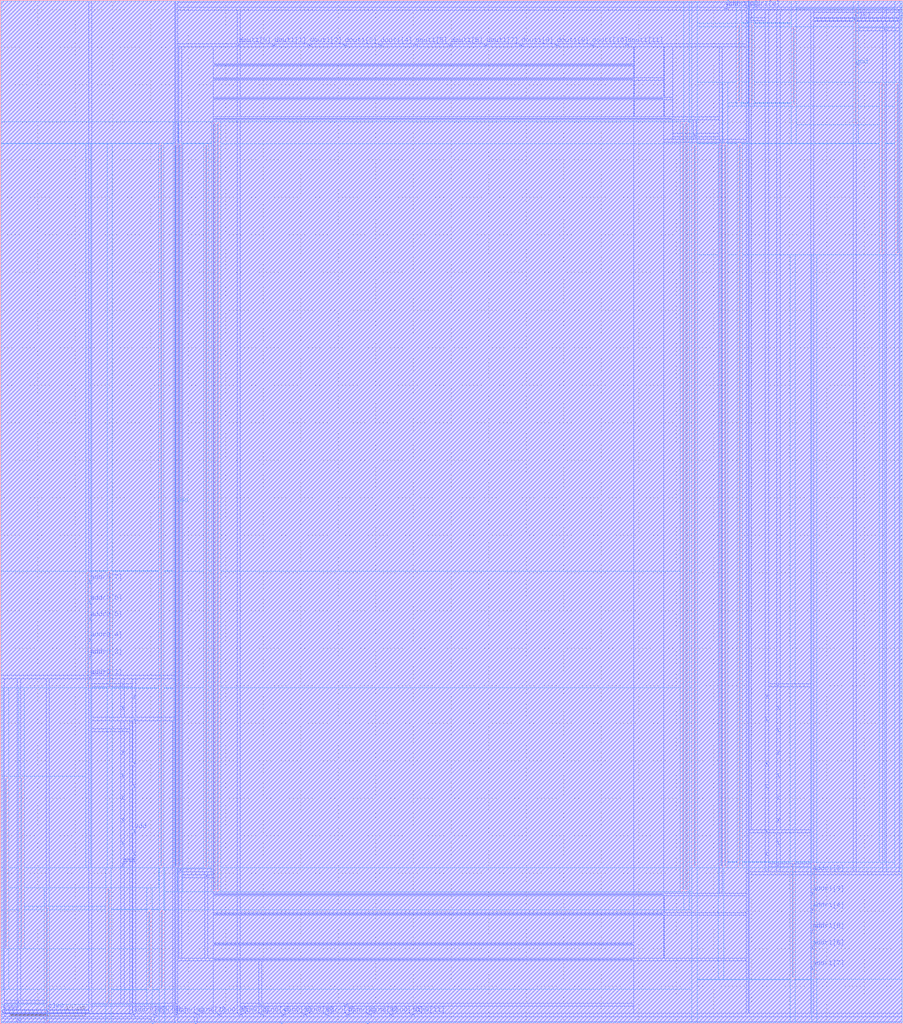
<source format=lef>
VERSION 5.4 ;
NAMESCASESENSITIVE ON ;
BUSBITCHARS "[]" ;
DIVIDERCHAR "/" ;
UNITS
  DATABASE MICRONS 2000 ;
END UNITS
MACRO freepdk45_sram_1w1r_12x256
   CLASS BLOCK ;
   SIZE 120.195 BY 136.265 ;
   SYMMETRY X Y R90 ;
   PIN din0[0]
      DIRECTION INPUT ;
      PORT
         LAYER metal3 ;
         RECT  23.36 1.105 23.495 1.24 ;
      END
   END din0[0]
   PIN din0[1]
      DIRECTION INPUT ;
      PORT
         LAYER metal3 ;
         RECT  26.22 1.105 26.355 1.24 ;
      END
   END din0[1]
   PIN din0[2]
      DIRECTION INPUT ;
      PORT
         LAYER metal3 ;
         RECT  29.08 1.105 29.215 1.24 ;
      END
   END din0[2]
   PIN din0[3]
      DIRECTION INPUT ;
      PORT
         LAYER metal3 ;
         RECT  31.94 1.105 32.075 1.24 ;
      END
   END din0[3]
   PIN din0[4]
      DIRECTION INPUT ;
      PORT
         LAYER metal3 ;
         RECT  34.8 1.105 34.935 1.24 ;
      END
   END din0[4]
   PIN din0[5]
      DIRECTION INPUT ;
      PORT
         LAYER metal3 ;
         RECT  37.66 1.105 37.795 1.24 ;
      END
   END din0[5]
   PIN din0[6]
      DIRECTION INPUT ;
      PORT
         LAYER metal3 ;
         RECT  40.52 1.105 40.655 1.24 ;
      END
   END din0[6]
   PIN din0[7]
      DIRECTION INPUT ;
      PORT
         LAYER metal3 ;
         RECT  43.38 1.105 43.515 1.24 ;
      END
   END din0[7]
   PIN din0[8]
      DIRECTION INPUT ;
      PORT
         LAYER metal3 ;
         RECT  46.24 1.105 46.375 1.24 ;
      END
   END din0[8]
   PIN din0[9]
      DIRECTION INPUT ;
      PORT
         LAYER metal3 ;
         RECT  49.1 1.105 49.235 1.24 ;
      END
   END din0[9]
   PIN din0[10]
      DIRECTION INPUT ;
      PORT
         LAYER metal3 ;
         RECT  51.96 1.105 52.095 1.24 ;
      END
   END din0[10]
   PIN din0[11]
      DIRECTION INPUT ;
      PORT
         LAYER metal3 ;
         RECT  54.82 1.105 54.955 1.24 ;
      END
   END din0[11]
   PIN addr0[0]
      DIRECTION INPUT ;
      PORT
         LAYER metal3 ;
         RECT  17.64 1.105 17.775 1.24 ;
      END
   END addr0[0]
   PIN addr0[1]
      DIRECTION INPUT ;
      PORT
         LAYER metal3 ;
         RECT  20.5 1.105 20.635 1.24 ;
      END
   END addr0[1]
   PIN addr0[2]
      DIRECTION INPUT ;
      PORT
         LAYER metal3 ;
         RECT  11.92 46.08 12.055 46.215 ;
      END
   END addr0[2]
   PIN addr0[3]
      DIRECTION INPUT ;
      PORT
         LAYER metal3 ;
         RECT  11.92 48.81 12.055 48.945 ;
      END
   END addr0[3]
   PIN addr0[4]
      DIRECTION INPUT ;
      PORT
         LAYER metal3 ;
         RECT  11.92 51.02 12.055 51.155 ;
      END
   END addr0[4]
   PIN addr0[5]
      DIRECTION INPUT ;
      PORT
         LAYER metal3 ;
         RECT  11.92 53.75 12.055 53.885 ;
      END
   END addr0[5]
   PIN addr0[6]
      DIRECTION INPUT ;
      PORT
         LAYER metal3 ;
         RECT  11.92 55.96 12.055 56.095 ;
      END
   END addr0[6]
   PIN addr0[7]
      DIRECTION INPUT ;
      PORT
         LAYER metal3 ;
         RECT  11.92 58.69 12.055 58.825 ;
      END
   END addr0[7]
   PIN addr1[0]
      DIRECTION INPUT ;
      PORT
         LAYER metal3 ;
         RECT  99.42 135.025 99.555 135.16 ;
      END
   END addr1[0]
   PIN addr1[1]
      DIRECTION INPUT ;
      PORT
         LAYER metal3 ;
         RECT  96.56 135.025 96.695 135.16 ;
      END
   END addr1[1]
   PIN addr1[2]
      DIRECTION INPUT ;
      PORT
         LAYER metal3 ;
         RECT  108.0 19.95 108.135 20.085 ;
      END
   END addr1[2]
   PIN addr1[3]
      DIRECTION INPUT ;
      PORT
         LAYER metal3 ;
         RECT  108.0 17.22 108.135 17.355 ;
      END
   END addr1[3]
   PIN addr1[4]
      DIRECTION INPUT ;
      PORT
         LAYER metal3 ;
         RECT  108.0 15.01 108.135 15.145 ;
      END
   END addr1[4]
   PIN addr1[5]
      DIRECTION INPUT ;
      PORT
         LAYER metal3 ;
         RECT  108.0 12.28 108.135 12.415 ;
      END
   END addr1[5]
   PIN addr1[6]
      DIRECTION INPUT ;
      PORT
         LAYER metal3 ;
         RECT  108.0 10.07 108.135 10.205 ;
      END
   END addr1[6]
   PIN addr1[7]
      DIRECTION INPUT ;
      PORT
         LAYER metal3 ;
         RECT  108.0 7.34 108.135 7.475 ;
      END
   END addr1[7]
   PIN csb0
      DIRECTION INPUT ;
      PORT
         LAYER metal3 ;
         RECT  0.285 1.49 0.42 1.625 ;
      END
   END csb0
   PIN csb1
      DIRECTION INPUT ;
      PORT
         LAYER metal3 ;
         RECT  119.775 133.65 119.91 133.785 ;
      END
   END csb1
   PIN clk0
      DIRECTION INPUT ;
      PORT
         LAYER metal3 ;
         RECT  6.2475 1.575 6.3825 1.71 ;
      END
   END clk0
   PIN clk1
      DIRECTION INPUT ;
      PORT
         LAYER metal3 ;
         RECT  113.6725 133.565 113.8075 133.7 ;
      END
   END clk1
   PIN dout1[0]
      DIRECTION OUTPUT ;
      PORT
         LAYER metal3 ;
         RECT  31.6975 130.1575 31.8325 130.2925 ;
      END
   END dout1[0]
   PIN dout1[1]
      DIRECTION OUTPUT ;
      PORT
         LAYER metal3 ;
         RECT  36.3975 130.1575 36.5325 130.2925 ;
      END
   END dout1[1]
   PIN dout1[2]
      DIRECTION OUTPUT ;
      PORT
         LAYER metal3 ;
         RECT  41.0975 130.1575 41.2325 130.2925 ;
      END
   END dout1[2]
   PIN dout1[3]
      DIRECTION OUTPUT ;
      PORT
         LAYER metal3 ;
         RECT  45.7975 130.1575 45.9325 130.2925 ;
      END
   END dout1[3]
   PIN dout1[4]
      DIRECTION OUTPUT ;
      PORT
         LAYER metal3 ;
         RECT  50.4975 130.1575 50.6325 130.2925 ;
      END
   END dout1[4]
   PIN dout1[5]
      DIRECTION OUTPUT ;
      PORT
         LAYER metal3 ;
         RECT  55.1975 130.1575 55.3325 130.2925 ;
      END
   END dout1[5]
   PIN dout1[6]
      DIRECTION OUTPUT ;
      PORT
         LAYER metal3 ;
         RECT  59.8975 130.1575 60.0325 130.2925 ;
      END
   END dout1[6]
   PIN dout1[7]
      DIRECTION OUTPUT ;
      PORT
         LAYER metal3 ;
         RECT  64.5975 130.1575 64.7325 130.2925 ;
      END
   END dout1[7]
   PIN dout1[8]
      DIRECTION OUTPUT ;
      PORT
         LAYER metal3 ;
         RECT  69.2975 130.1575 69.4325 130.2925 ;
      END
   END dout1[8]
   PIN dout1[9]
      DIRECTION OUTPUT ;
      PORT
         LAYER metal3 ;
         RECT  73.9975 130.1575 74.1325 130.2925 ;
      END
   END dout1[9]
   PIN dout1[10]
      DIRECTION OUTPUT ;
      PORT
         LAYER metal3 ;
         RECT  78.6975 130.1575 78.8325 130.2925 ;
      END
   END dout1[10]
   PIN dout1[11]
      DIRECTION OUTPUT ;
      PORT
         LAYER metal3 ;
         RECT  83.3975 130.1575 83.5325 130.2925 ;
      END
   END dout1[11]
   PIN vdd
      DIRECTION INOUT ;
      USE POWER ; 
      SHAPE ABUTMENT ; 
      PORT
         LAYER metal4 ;
         RECT  92.355 21.0525 92.495 116.8725 ;
         LAYER metal3 ;
         RECT  17.7375 40.49 17.8725 40.625 ;
         LAYER metal4 ;
         RECT  119.3675 102.6425 119.5075 125.045 ;
         LAYER metal3 ;
         RECT  17.3575 2.47 17.4925 2.605 ;
         LAYER metal4 ;
         RECT  21.445 4.845 21.585 14.865 ;
         LAYER metal3 ;
         RECT  101.9875 25.54 102.1225 25.675 ;
         LAYER metal4 ;
         RECT  11.635 44.9725 11.775 59.9325 ;
         LAYER metal3 ;
         RECT  17.7375 43.48 17.8725 43.615 ;
         LAYER metal3 ;
         RECT  23.0775 2.47 23.2125 2.605 ;
         LAYER metal3 ;
         RECT  28.5125 8.5375 84.2025 8.6075 ;
         LAYER metal3 ;
         RECT  101.9875 34.51 102.1225 34.645 ;
         LAYER metal4 ;
         RECT  96.43 21.0525 96.57 116.9425 ;
         LAYER metal3 ;
         RECT  28.5125 127.6 84.2025 127.67 ;
         LAYER metal4 ;
         RECT  91.275 17.8825 91.415 119.7925 ;
         LAYER metal3 ;
         RECT  28.5125 17.1875 88.1975 17.2575 ;
         LAYER metal3 ;
         RECT  95.815 117.4425 95.95 117.5775 ;
         LAYER metal3 ;
         RECT  101.9875 22.55 102.1225 22.685 ;
         LAYER metal3 ;
         RECT  17.7375 22.55 17.8725 22.685 ;
         LAYER metal3 ;
         RECT  17.7375 31.52 17.8725 31.655 ;
         LAYER metal3 ;
         RECT  101.9875 43.48 102.1225 43.615 ;
         LAYER metal3 ;
         RECT  117.635 132.285 117.77 132.42 ;
         LAYER metal3 ;
         RECT  34.5175 2.47 34.6525 2.605 ;
         LAYER metal3 ;
         RECT  28.5125 120.4875 89.3725 120.5575 ;
         LAYER metal4 ;
         RECT  105.56 122.4025 105.7 132.4225 ;
         LAYER metal3 ;
         RECT  101.9875 31.52 102.1225 31.655 ;
         LAYER metal3 ;
         RECT  99.7025 133.66 99.8375 133.795 ;
         LAYER metal4 ;
         RECT  27.365 21.0525 27.505 116.8725 ;
         LAYER metal4 ;
         RECT  98.275 122.88 98.415 132.9 ;
         LAYER metal3 ;
         RECT  23.91 20.3475 24.045 20.4825 ;
         LAYER metal3 ;
         RECT  27.3675 19.56 27.5025 19.695 ;
         LAYER metal4 ;
         RECT  28.445 17.8825 28.585 119.7925 ;
         LAYER metal3 ;
         RECT  2.425 2.855 2.56 2.99 ;
         LAYER metal3 ;
         RECT  45.9575 2.47 46.0925 2.605 ;
         LAYER metal3 ;
         RECT  17.7375 34.51 17.8725 34.645 ;
         LAYER metal3 ;
         RECT  92.3575 118.23 92.4925 118.365 ;
         LAYER metal4 ;
         RECT  0.6875 10.23 0.8275 32.6325 ;
         LAYER metal4 ;
         RECT  108.28 6.2325 108.42 21.1925 ;
         LAYER metal3 ;
         RECT  101.9875 40.49 102.1225 40.625 ;
         LAYER metal3 ;
         RECT  17.7375 25.54 17.8725 25.675 ;
         LAYER metal4 ;
         RECT  14.355 2.8525 14.495 17.8125 ;
         LAYER metal4 ;
         RECT  23.29 21.0525 23.43 116.9425 ;
      END
   END vdd
   PIN gnd
      DIRECTION INOUT ;
      USE GROUND ; 
      SHAPE ABUTMENT ; 
      PORT
         LAYER metal3 ;
         RECT  28.5125 14.5675 88.23 14.6375 ;
         LAYER metal3 ;
         RECT  16.21 38.995 16.345 39.13 ;
         LAYER metal4 ;
         RECT  95.87 21.02 96.01 116.905 ;
         LAYER metal3 ;
         RECT  16.21 30.025 16.345 30.16 ;
         LAYER metal4 ;
         RECT  90.815 17.8825 90.955 119.7925 ;
         LAYER metal4 ;
         RECT  2.75 10.2625 2.89 32.665 ;
         LAYER metal3 ;
         RECT  16.21 44.975 16.345 45.11 ;
         LAYER metal3 ;
         RECT  28.5125 125.7075 84.2375 125.7775 ;
         LAYER metal3 ;
         RECT  103.515 21.055 103.65 21.19 ;
         LAYER metal3 ;
         RECT  96.8425 136.13 96.9775 136.265 ;
         LAYER metal3 ;
         RECT  103.515 44.975 103.65 45.11 ;
         LAYER metal3 ;
         RECT  117.635 134.755 117.77 134.89 ;
         LAYER metal3 ;
         RECT  25.9375 0.0 26.0725 0.135 ;
         LAYER metal4 ;
         RECT  6.105 0.3825 6.245 15.3425 ;
         LAYER metal3 ;
         RECT  28.5125 123.1075 88.23 123.1775 ;
         LAYER metal4 ;
         RECT  14.495 44.9075 14.635 59.9975 ;
         LAYER metal4 ;
         RECT  105.42 6.1675 105.56 21.2575 ;
         LAYER metal4 ;
         RECT  98.365 21.02 98.505 116.9425 ;
         LAYER metal4 ;
         RECT  21.355 21.02 21.495 116.9425 ;
         LAYER metal3 ;
         RECT  48.8175 0.0 48.9525 0.135 ;
         LAYER metal4 ;
         RECT  99.9375 122.8125 100.0775 132.9675 ;
         LAYER metal4 ;
         RECT  28.905 17.8825 29.045 119.7925 ;
         LAYER metal3 ;
         RECT  37.3775 0.0 37.5125 0.135 ;
         LAYER metal3 ;
         RECT  28.5125 10.5875 84.2025 10.6575 ;
         LAYER metal3 ;
         RECT  16.21 33.015 16.345 33.15 ;
         LAYER metal3 ;
         RECT  103.515 41.985 103.65 42.12 ;
         LAYER metal3 ;
         RECT  103.515 24.045 103.65 24.18 ;
         LAYER metal3 ;
         RECT  16.21 27.035 16.345 27.17 ;
         LAYER metal4 ;
         RECT  23.85 21.02 23.99 116.905 ;
         LAYER metal3 ;
         RECT  103.515 38.995 103.65 39.13 ;
         LAYER metal3 ;
         RECT  16.21 36.005 16.345 36.14 ;
         LAYER metal3 ;
         RECT  103.515 27.035 103.65 27.17 ;
         LAYER metal3 ;
         RECT  20.2175 0.0 20.3525 0.135 ;
         LAYER metal3 ;
         RECT  103.515 30.025 103.65 30.16 ;
         LAYER metal3 ;
         RECT  2.425 0.385 2.56 0.52 ;
         LAYER metal3 ;
         RECT  103.515 33.015 103.65 33.15 ;
         LAYER metal3 ;
         RECT  16.21 41.985 16.345 42.12 ;
         LAYER metal3 ;
         RECT  103.515 36.005 103.65 36.14 ;
         LAYER metal4 ;
         RECT  19.7825 4.7775 19.9225 14.9325 ;
         LAYER metal4 ;
         RECT  117.305 102.61 117.445 125.0125 ;
         LAYER metal3 ;
         RECT  16.21 24.045 16.345 24.18 ;
         LAYER metal3 ;
         RECT  16.21 21.055 16.345 21.19 ;
         LAYER metal4 ;
         RECT  113.81 119.9325 113.95 134.8925 ;
      END
   END gnd
   OBS
   LAYER  metal1 ;
      RECT  0.14 0.14 120.055 136.125 ;
   LAYER  metal2 ;
      RECT  0.14 0.14 120.055 136.125 ;
   LAYER  metal3 ;
      RECT  23.22 0.14 23.635 0.965 ;
      RECT  23.635 0.965 26.08 1.38 ;
      RECT  26.495 0.965 28.94 1.38 ;
      RECT  29.355 0.965 31.8 1.38 ;
      RECT  32.215 0.965 34.66 1.38 ;
      RECT  35.075 0.965 37.52 1.38 ;
      RECT  37.935 0.965 40.38 1.38 ;
      RECT  40.795 0.965 43.24 1.38 ;
      RECT  43.655 0.965 46.1 1.38 ;
      RECT  46.515 0.965 48.96 1.38 ;
      RECT  49.375 0.965 51.82 1.38 ;
      RECT  52.235 0.965 54.68 1.38 ;
      RECT  55.095 0.965 120.055 1.38 ;
      RECT  17.915 0.965 20.36 1.38 ;
      RECT  20.775 0.965 23.22 1.38 ;
      RECT  0.14 45.94 11.78 46.355 ;
      RECT  0.14 46.355 11.78 136.125 ;
      RECT  11.78 1.38 12.195 45.94 ;
      RECT  12.195 45.94 23.22 46.355 ;
      RECT  12.195 46.355 23.22 136.125 ;
      RECT  11.78 46.355 12.195 48.67 ;
      RECT  11.78 49.085 12.195 50.88 ;
      RECT  11.78 51.295 12.195 53.61 ;
      RECT  11.78 54.025 12.195 55.82 ;
      RECT  11.78 56.235 12.195 58.55 ;
      RECT  11.78 58.965 12.195 136.125 ;
      RECT  99.28 135.3 99.695 136.125 ;
      RECT  99.695 135.3 120.055 136.125 ;
      RECT  23.635 134.885 96.42 135.3 ;
      RECT  96.835 134.885 99.28 135.3 ;
      RECT  99.695 1.38 107.86 19.81 ;
      RECT  99.695 19.81 107.86 20.225 ;
      RECT  107.86 20.225 108.275 134.885 ;
      RECT  108.275 1.38 120.055 19.81 ;
      RECT  108.275 19.81 120.055 20.225 ;
      RECT  107.86 17.495 108.275 19.81 ;
      RECT  107.86 15.285 108.275 17.08 ;
      RECT  107.86 12.555 108.275 14.87 ;
      RECT  107.86 10.345 108.275 12.14 ;
      RECT  107.86 1.38 108.275 7.2 ;
      RECT  107.86 7.615 108.275 9.93 ;
      RECT  0.14 0.965 0.145 1.35 ;
      RECT  0.14 1.35 0.145 1.38 ;
      RECT  0.145 0.965 0.56 1.35 ;
      RECT  0.56 0.965 17.5 1.35 ;
      RECT  0.56 1.35 17.5 1.38 ;
      RECT  0.14 1.38 0.145 1.765 ;
      RECT  0.14 1.765 0.145 45.94 ;
      RECT  0.145 1.765 0.56 45.94 ;
      RECT  119.635 20.225 120.05 133.51 ;
      RECT  119.635 133.925 120.05 134.885 ;
      RECT  120.05 20.225 120.055 133.51 ;
      RECT  120.05 133.51 120.055 133.925 ;
      RECT  120.05 133.925 120.055 134.885 ;
      RECT  0.56 1.38 6.1075 1.435 ;
      RECT  0.56 1.435 6.1075 1.765 ;
      RECT  6.1075 1.38 6.5225 1.435 ;
      RECT  6.5225 1.38 11.78 1.435 ;
      RECT  6.5225 1.435 11.78 1.765 ;
      RECT  0.56 1.765 6.1075 1.85 ;
      RECT  6.1075 1.85 6.5225 45.94 ;
      RECT  6.5225 1.765 11.78 1.85 ;
      RECT  6.5225 1.85 11.78 45.94 ;
      RECT  108.275 20.225 113.5325 133.425 ;
      RECT  108.275 133.425 113.5325 133.51 ;
      RECT  113.5325 20.225 113.9475 133.425 ;
      RECT  113.9475 133.425 119.635 133.51 ;
      RECT  108.275 133.51 113.5325 133.84 ;
      RECT  108.275 133.84 113.5325 133.925 ;
      RECT  113.5325 133.84 113.9475 133.925 ;
      RECT  113.9475 133.51 119.635 133.84 ;
      RECT  113.9475 133.84 119.635 133.925 ;
      RECT  23.635 130.0175 31.5575 130.4325 ;
      RECT  23.635 130.4325 31.5575 134.885 ;
      RECT  31.5575 130.4325 31.9725 134.885 ;
      RECT  31.9725 130.4325 99.28 134.885 ;
      RECT  31.9725 130.0175 36.2575 130.4325 ;
      RECT  36.6725 130.0175 40.9575 130.4325 ;
      RECT  41.3725 130.0175 45.6575 130.4325 ;
      RECT  46.0725 130.0175 50.3575 130.4325 ;
      RECT  50.7725 130.0175 55.0575 130.4325 ;
      RECT  55.4725 130.0175 59.7575 130.4325 ;
      RECT  60.1725 130.0175 64.4575 130.4325 ;
      RECT  64.8725 130.0175 69.1575 130.4325 ;
      RECT  69.5725 130.0175 73.8575 130.4325 ;
      RECT  74.2725 130.0175 78.5575 130.4325 ;
      RECT  78.9725 130.0175 83.2575 130.4325 ;
      RECT  83.6725 130.0175 99.28 130.4325 ;
      RECT  12.195 40.35 17.5975 40.765 ;
      RECT  18.0125 40.35 23.22 40.765 ;
      RECT  18.0125 40.765 23.22 45.94 ;
      RECT  12.195 1.38 17.2175 2.33 ;
      RECT  12.195 2.33 17.2175 2.745 ;
      RECT  17.2175 1.38 17.5975 2.33 ;
      RECT  17.2175 2.745 17.5975 40.35 ;
      RECT  17.5975 1.38 17.6325 2.33 ;
      RECT  17.6325 1.38 18.0125 2.33 ;
      RECT  17.6325 2.33 18.0125 2.745 ;
      RECT  99.695 20.225 101.8475 25.4 ;
      RECT  99.695 25.4 101.8475 25.815 ;
      RECT  102.2625 25.4 107.86 25.815 ;
      RECT  17.5975 40.765 18.0125 43.34 ;
      RECT  17.5975 43.755 18.0125 45.94 ;
      RECT  23.22 1.38 23.3525 2.33 ;
      RECT  23.22 2.745 23.3525 136.125 ;
      RECT  23.3525 1.38 23.635 2.33 ;
      RECT  23.3525 2.33 23.635 2.745 ;
      RECT  23.3525 2.745 23.635 136.125 ;
      RECT  18.0125 1.38 22.9375 2.33 ;
      RECT  18.0125 2.33 22.9375 2.745 ;
      RECT  18.0125 2.745 22.9375 40.35 ;
      RECT  22.9375 1.38 23.22 2.33 ;
      RECT  22.9375 2.745 23.22 40.35 ;
      RECT  23.635 1.38 28.3725 8.3975 ;
      RECT  23.635 8.3975 28.3725 8.7475 ;
      RECT  28.3725 1.38 31.5575 8.3975 ;
      RECT  31.5575 1.38 31.9725 8.3975 ;
      RECT  84.3425 1.38 99.28 8.3975 ;
      RECT  84.3425 8.3975 99.28 8.7475 ;
      RECT  28.3725 127.81 31.5575 130.0175 ;
      RECT  31.5575 127.81 31.9725 130.0175 ;
      RECT  31.9725 127.81 84.3425 130.0175 ;
      RECT  88.3375 17.0475 99.28 17.3975 ;
      RECT  88.3375 17.3975 95.675 117.3025 ;
      RECT  88.3375 117.3025 95.675 117.7175 ;
      RECT  95.675 17.3975 96.09 117.3025 ;
      RECT  95.675 117.7175 96.09 130.0175 ;
      RECT  96.09 17.3975 99.28 117.3025 ;
      RECT  96.09 117.3025 99.28 117.7175 ;
      RECT  96.09 117.7175 99.28 130.0175 ;
      RECT  101.8475 20.225 102.2625 22.41 ;
      RECT  101.8475 22.825 102.2625 25.4 ;
      RECT  17.5975 2.745 17.6325 22.41 ;
      RECT  17.6325 2.745 18.0125 22.41 ;
      RECT  101.8475 43.755 102.2625 134.885 ;
      RECT  113.9475 20.225 117.495 132.145 ;
      RECT  113.9475 132.145 117.495 132.56 ;
      RECT  113.9475 132.56 117.495 133.425 ;
      RECT  117.495 20.225 117.91 132.145 ;
      RECT  117.495 132.56 117.91 133.425 ;
      RECT  117.91 20.225 119.635 132.145 ;
      RECT  117.91 132.145 119.635 132.56 ;
      RECT  117.91 132.56 119.635 133.425 ;
      RECT  31.9725 1.38 34.3775 2.33 ;
      RECT  31.9725 2.33 34.3775 2.745 ;
      RECT  31.9725 2.745 34.3775 8.3975 ;
      RECT  34.3775 1.38 34.7925 2.33 ;
      RECT  34.3775 2.745 34.7925 8.3975 ;
      RECT  34.7925 1.38 84.3425 2.33 ;
      RECT  34.7925 2.745 84.3425 8.3975 ;
      RECT  84.3425 17.3975 88.3375 120.3475 ;
      RECT  28.3725 17.3975 31.5575 120.3475 ;
      RECT  31.5575 17.3975 31.9725 120.3475 ;
      RECT  31.9725 17.3975 84.3425 120.3475 ;
      RECT  88.3375 117.7175 89.5125 120.3475 ;
      RECT  89.5125 120.3475 95.675 120.6975 ;
      RECT  89.5125 120.6975 95.675 130.0175 ;
      RECT  101.8475 25.815 102.2625 31.38 ;
      RECT  101.8475 31.795 102.2625 34.37 ;
      RECT  99.28 1.38 99.5625 133.52 ;
      RECT  99.28 133.52 99.5625 133.935 ;
      RECT  99.28 133.935 99.5625 134.885 ;
      RECT  99.5625 1.38 99.695 133.52 ;
      RECT  99.5625 133.935 99.695 134.885 ;
      RECT  99.695 25.815 99.9775 133.52 ;
      RECT  99.695 133.935 99.9775 134.885 ;
      RECT  99.9775 25.815 101.8475 133.52 ;
      RECT  99.9775 133.52 101.8475 133.935 ;
      RECT  99.9775 133.935 101.8475 134.885 ;
      RECT  23.635 8.7475 23.77 20.2075 ;
      RECT  23.635 20.2075 23.77 20.6225 ;
      RECT  23.635 20.6225 23.77 130.0175 ;
      RECT  23.77 8.7475 24.185 20.2075 ;
      RECT  23.77 20.6225 24.185 130.0175 ;
      RECT  24.185 20.2075 28.3725 20.6225 ;
      RECT  24.185 20.6225 28.3725 130.0175 ;
      RECT  24.185 8.7475 27.2275 19.42 ;
      RECT  24.185 19.42 27.2275 19.835 ;
      RECT  24.185 19.835 27.2275 20.2075 ;
      RECT  27.2275 8.7475 27.6425 19.42 ;
      RECT  27.2275 19.835 27.6425 20.2075 ;
      RECT  27.6425 8.7475 28.3725 19.42 ;
      RECT  27.6425 19.42 28.3725 19.835 ;
      RECT  27.6425 19.835 28.3725 20.2075 ;
      RECT  0.56 1.85 2.285 2.715 ;
      RECT  0.56 2.715 2.285 3.13 ;
      RECT  0.56 3.13 2.285 45.94 ;
      RECT  2.285 1.85 2.7 2.715 ;
      RECT  2.285 3.13 2.7 45.94 ;
      RECT  2.7 1.85 6.1075 2.715 ;
      RECT  2.7 2.715 6.1075 3.13 ;
      RECT  2.7 3.13 6.1075 45.94 ;
      RECT  34.7925 2.33 45.8175 2.745 ;
      RECT  46.2325 2.33 84.3425 2.745 ;
      RECT  17.5975 31.795 17.6325 34.37 ;
      RECT  17.5975 34.785 17.6325 40.35 ;
      RECT  17.6325 31.795 18.0125 34.37 ;
      RECT  17.6325 34.785 18.0125 40.35 ;
      RECT  89.5125 117.7175 92.2175 118.09 ;
      RECT  89.5125 118.09 92.2175 118.505 ;
      RECT  89.5125 118.505 92.2175 120.3475 ;
      RECT  92.2175 117.7175 92.6325 118.09 ;
      RECT  92.2175 118.505 92.6325 120.3475 ;
      RECT  92.6325 117.7175 95.675 118.09 ;
      RECT  92.6325 118.09 95.675 118.505 ;
      RECT  92.6325 118.505 95.675 120.3475 ;
      RECT  101.8475 34.785 102.2625 40.35 ;
      RECT  101.8475 40.765 102.2625 43.34 ;
      RECT  17.5975 22.825 17.6325 25.4 ;
      RECT  17.5975 25.815 17.6325 31.38 ;
      RECT  17.6325 22.825 18.0125 25.4 ;
      RECT  17.6325 25.815 18.0125 31.38 ;
      RECT  84.3425 8.7475 88.3375 14.4275 ;
      RECT  84.3425 14.7775 88.3375 17.0475 ;
      RECT  88.3375 8.7475 88.37 14.4275 ;
      RECT  88.3375 14.7775 88.37 17.0475 ;
      RECT  88.37 8.7475 99.28 14.4275 ;
      RECT  88.37 14.4275 99.28 14.7775 ;
      RECT  88.37 14.7775 99.28 17.0475 ;
      RECT  28.3725 14.7775 31.5575 17.0475 ;
      RECT  31.5575 14.7775 31.9725 17.0475 ;
      RECT  31.9725 14.7775 84.3425 17.0475 ;
      RECT  12.195 2.745 16.07 38.855 ;
      RECT  12.195 38.855 16.07 39.27 ;
      RECT  12.195 39.27 16.07 40.35 ;
      RECT  16.07 39.27 16.485 40.35 ;
      RECT  16.485 2.745 17.2175 38.855 ;
      RECT  16.485 38.855 17.2175 39.27 ;
      RECT  16.485 39.27 17.2175 40.35 ;
      RECT  12.195 40.765 16.07 44.835 ;
      RECT  12.195 44.835 16.07 45.25 ;
      RECT  12.195 45.25 16.07 45.94 ;
      RECT  16.07 45.25 16.485 45.94 ;
      RECT  16.485 40.765 17.5975 44.835 ;
      RECT  16.485 44.835 17.5975 45.25 ;
      RECT  16.485 45.25 17.5975 45.94 ;
      RECT  84.3425 125.9175 84.3775 130.0175 ;
      RECT  84.3775 125.5675 88.3375 125.9175 ;
      RECT  84.3775 125.9175 88.3375 130.0175 ;
      RECT  28.3725 125.9175 31.5575 127.46 ;
      RECT  31.5575 125.9175 31.9725 127.46 ;
      RECT  31.9725 125.9175 84.3425 127.46 ;
      RECT  102.2625 20.225 103.375 20.915 ;
      RECT  102.2625 20.915 103.375 21.33 ;
      RECT  102.2625 21.33 103.375 25.4 ;
      RECT  103.375 20.225 103.79 20.915 ;
      RECT  103.79 20.225 107.86 20.915 ;
      RECT  103.79 20.915 107.86 21.33 ;
      RECT  103.79 21.33 107.86 25.4 ;
      RECT  23.635 135.3 96.7025 135.99 ;
      RECT  23.635 135.99 96.7025 136.125 ;
      RECT  96.7025 135.3 97.1175 135.99 ;
      RECT  97.1175 135.3 99.28 135.99 ;
      RECT  97.1175 135.99 99.28 136.125 ;
      RECT  102.2625 25.815 103.375 44.835 ;
      RECT  102.2625 44.835 103.375 45.25 ;
      RECT  102.2625 45.25 103.375 134.885 ;
      RECT  103.375 45.25 103.79 134.885 ;
      RECT  103.79 25.815 107.86 44.835 ;
      RECT  103.79 44.835 107.86 45.25 ;
      RECT  103.79 45.25 107.86 134.885 ;
      RECT  99.695 134.885 117.495 135.03 ;
      RECT  99.695 135.03 117.495 135.3 ;
      RECT  117.495 135.03 117.91 135.3 ;
      RECT  117.91 134.885 120.055 135.03 ;
      RECT  117.91 135.03 120.055 135.3 ;
      RECT  108.275 133.925 117.495 134.615 ;
      RECT  108.275 134.615 117.495 134.885 ;
      RECT  117.495 133.925 117.91 134.615 ;
      RECT  117.91 133.925 119.635 134.615 ;
      RECT  117.91 134.615 119.635 134.885 ;
      RECT  23.635 0.14 25.7975 0.275 ;
      RECT  23.635 0.275 25.7975 0.965 ;
      RECT  25.7975 0.275 26.2125 0.965 ;
      RECT  26.2125 0.275 120.055 0.965 ;
      RECT  88.3375 120.6975 88.37 122.9675 ;
      RECT  88.3375 123.3175 88.37 130.0175 ;
      RECT  88.37 120.6975 89.5125 122.9675 ;
      RECT  88.37 122.9675 89.5125 123.3175 ;
      RECT  88.37 123.3175 89.5125 130.0175 ;
      RECT  84.3425 120.6975 84.3775 122.9675 ;
      RECT  84.3425 123.3175 84.3775 125.5675 ;
      RECT  84.3775 120.6975 88.3375 122.9675 ;
      RECT  84.3775 123.3175 88.3375 125.5675 ;
      RECT  28.3725 120.6975 31.5575 122.9675 ;
      RECT  28.3725 123.3175 31.5575 125.5675 ;
      RECT  31.5575 120.6975 31.9725 122.9675 ;
      RECT  31.5575 123.3175 31.9725 125.5675 ;
      RECT  31.9725 120.6975 84.3425 122.9675 ;
      RECT  31.9725 123.3175 84.3425 125.5675 ;
      RECT  49.0925 0.14 120.055 0.275 ;
      RECT  26.2125 0.14 37.2375 0.275 ;
      RECT  37.6525 0.14 48.6775 0.275 ;
      RECT  28.3725 8.7475 31.5575 10.4475 ;
      RECT  28.3725 10.7975 31.5575 14.4275 ;
      RECT  31.5575 8.7475 31.9725 10.4475 ;
      RECT  31.5575 10.7975 31.9725 14.4275 ;
      RECT  31.9725 8.7475 84.3425 10.4475 ;
      RECT  31.9725 10.7975 84.3425 14.4275 ;
      RECT  16.07 30.3 16.485 32.875 ;
      RECT  103.375 42.26 103.79 44.835 ;
      RECT  103.375 21.33 103.79 23.905 ;
      RECT  103.375 24.32 103.79 25.4 ;
      RECT  16.07 27.31 16.485 29.885 ;
      RECT  103.375 39.27 103.79 41.845 ;
      RECT  16.07 33.29 16.485 35.865 ;
      RECT  16.07 36.28 16.485 38.855 ;
      RECT  103.375 25.815 103.79 26.895 ;
      RECT  20.0775 0.275 20.4925 0.965 ;
      RECT  20.4925 0.14 23.22 0.275 ;
      RECT  20.4925 0.275 23.22 0.965 ;
      RECT  103.375 27.31 103.79 29.885 ;
      RECT  0.14 0.14 2.285 0.245 ;
      RECT  0.14 0.245 2.285 0.275 ;
      RECT  2.285 0.14 2.7 0.245 ;
      RECT  2.7 0.14 20.0775 0.245 ;
      RECT  2.7 0.245 20.0775 0.275 ;
      RECT  0.14 0.275 2.285 0.66 ;
      RECT  0.14 0.66 2.285 0.965 ;
      RECT  2.285 0.66 2.7 0.965 ;
      RECT  2.7 0.275 20.0775 0.66 ;
      RECT  2.7 0.66 20.0775 0.965 ;
      RECT  103.375 30.3 103.79 32.875 ;
      RECT  16.07 40.765 16.485 41.845 ;
      RECT  16.07 42.26 16.485 44.835 ;
      RECT  103.375 33.29 103.79 35.865 ;
      RECT  103.375 36.28 103.79 38.855 ;
      RECT  16.07 24.32 16.485 26.895 ;
      RECT  16.07 2.745 16.485 20.915 ;
      RECT  16.07 21.33 16.485 23.905 ;
   LAYER  metal4 ;
      RECT  92.075 0.14 92.775 20.7725 ;
      RECT  92.075 117.1525 92.775 136.125 ;
      RECT  119.0875 20.7725 119.7875 102.3625 ;
      RECT  119.7875 20.7725 120.055 102.3625 ;
      RECT  119.7875 102.3625 120.055 117.1525 ;
      RECT  119.0875 125.325 119.7875 136.125 ;
      RECT  119.7875 117.1525 120.055 125.325 ;
      RECT  119.7875 125.325 120.055 136.125 ;
      RECT  21.165 0.14 21.865 4.565 ;
      RECT  21.865 0.14 92.075 4.565 ;
      RECT  21.865 4.565 92.075 15.145 ;
      RECT  0.14 44.6925 11.355 60.2125 ;
      RECT  0.14 60.2125 11.355 117.1525 ;
      RECT  11.355 20.7725 12.055 44.6925 ;
      RECT  11.355 60.2125 12.055 117.1525 ;
      RECT  92.775 117.2225 96.15 125.325 ;
      RECT  96.15 117.2225 96.85 125.325 ;
      RECT  0.14 120.0725 90.995 136.125 ;
      RECT  90.995 120.0725 91.695 136.125 ;
      RECT  91.695 117.1525 92.075 120.0725 ;
      RECT  91.695 120.0725 92.075 136.125 ;
      RECT  21.865 15.145 90.995 17.6025 ;
      RECT  90.995 15.145 91.695 17.6025 ;
      RECT  91.695 15.145 92.075 17.6025 ;
      RECT  91.695 17.6025 92.075 20.7725 ;
      RECT  91.695 20.7725 92.075 44.6925 ;
      RECT  91.695 44.6925 92.075 60.2125 ;
      RECT  91.695 60.2125 92.075 117.1525 ;
      RECT  105.28 132.7025 105.98 136.125 ;
      RECT  96.85 117.2225 105.28 122.1225 ;
      RECT  105.28 117.2225 105.98 122.1225 ;
      RECT  92.775 125.325 97.995 132.7025 ;
      RECT  92.775 132.7025 97.995 133.18 ;
      RECT  92.775 133.18 97.995 136.125 ;
      RECT  97.995 133.18 98.695 136.125 ;
      RECT  96.85 122.1225 97.995 122.6 ;
      RECT  96.85 122.6 97.995 125.325 ;
      RECT  97.995 122.1225 98.695 122.6 ;
      RECT  27.785 20.7725 28.165 44.6925 ;
      RECT  27.785 44.6925 28.165 60.2125 ;
      RECT  27.785 60.2125 28.165 117.1525 ;
      RECT  0.14 4.565 0.4075 9.95 ;
      RECT  0.14 9.95 0.4075 15.145 ;
      RECT  0.4075 4.565 1.1075 9.95 ;
      RECT  0.14 15.145 0.4075 20.7725 ;
      RECT  0.14 20.7725 0.4075 32.9125 ;
      RECT  0.14 32.9125 0.4075 44.6925 ;
      RECT  0.4075 32.9125 1.1075 44.6925 ;
      RECT  108.0 0.14 108.7 5.9525 ;
      RECT  108.7 0.14 120.055 5.9525 ;
      RECT  108.7 5.9525 120.055 20.7725 ;
      RECT  108.0 21.4725 108.7 102.3625 ;
      RECT  108.7 20.7725 119.0875 21.4725 ;
      RECT  14.075 0.14 14.775 2.5725 ;
      RECT  14.775 0.14 21.165 2.5725 ;
      RECT  14.075 18.0925 14.775 20.7725 ;
      RECT  0.14 117.2225 23.01 120.0725 ;
      RECT  23.01 117.2225 23.71 120.0725 ;
      RECT  23.71 117.2225 28.165 120.0725 ;
      RECT  92.775 20.7725 95.59 102.3625 ;
      RECT  92.775 102.3625 95.59 117.1525 ;
      RECT  92.775 117.1525 95.59 117.185 ;
      RECT  92.775 117.185 95.59 117.2225 ;
      RECT  95.59 117.185 96.15 117.2225 ;
      RECT  92.775 5.9525 95.59 20.74 ;
      RECT  92.775 20.74 95.59 20.7725 ;
      RECT  95.59 5.9525 96.29 20.74 ;
      RECT  1.1075 20.7725 2.47 32.9125 ;
      RECT  3.17 20.7725 11.355 32.9125 ;
      RECT  1.1075 32.9125 2.47 32.945 ;
      RECT  1.1075 32.945 2.47 44.6925 ;
      RECT  2.47 32.945 3.17 44.6925 ;
      RECT  3.17 32.9125 11.355 32.945 ;
      RECT  3.17 32.945 11.355 44.6925 ;
      RECT  1.1075 9.95 2.47 9.9825 ;
      RECT  1.1075 9.9825 2.47 15.145 ;
      RECT  2.47 9.95 3.17 9.9825 ;
      RECT  1.1075 15.145 2.47 18.0925 ;
      RECT  1.1075 18.0925 2.47 20.7725 ;
      RECT  3.17 18.0925 14.075 20.7725 ;
      RECT  0.14 0.14 5.825 2.5725 ;
      RECT  6.525 0.14 14.075 2.5725 ;
      RECT  0.14 2.5725 5.825 4.565 ;
      RECT  6.525 2.5725 14.075 4.565 ;
      RECT  1.1075 4.565 5.825 9.95 ;
      RECT  6.525 4.565 14.075 9.95 ;
      RECT  3.17 9.95 5.825 9.9825 ;
      RECT  6.525 9.95 14.075 9.9825 ;
      RECT  3.17 9.9825 5.825 15.145 ;
      RECT  6.525 9.9825 14.075 15.145 ;
      RECT  3.17 15.145 5.825 15.6225 ;
      RECT  3.17 15.6225 5.825 18.0925 ;
      RECT  5.825 15.6225 6.525 18.0925 ;
      RECT  6.525 15.145 14.075 15.6225 ;
      RECT  6.525 15.6225 14.075 18.0925 ;
      RECT  12.055 20.7725 14.215 44.6275 ;
      RECT  12.055 44.6275 14.215 44.6925 ;
      RECT  14.215 20.7725 14.915 44.6275 ;
      RECT  12.055 44.6925 14.215 60.2125 ;
      RECT  12.055 60.2125 14.215 60.2775 ;
      RECT  12.055 60.2775 14.215 117.1525 ;
      RECT  14.215 60.2775 14.915 117.1525 ;
      RECT  92.775 0.14 105.14 5.8875 ;
      RECT  92.775 5.8875 105.14 5.9525 ;
      RECT  105.14 0.14 105.84 5.8875 ;
      RECT  105.84 0.14 108.0 5.8875 ;
      RECT  105.84 5.8875 108.0 5.9525 ;
      RECT  105.84 20.7725 108.0 21.4725 ;
      RECT  105.14 21.5375 105.84 102.3625 ;
      RECT  105.84 21.4725 108.0 21.5375 ;
      RECT  105.84 21.5375 108.0 102.3625 ;
      RECT  96.29 5.9525 105.14 20.74 ;
      RECT  105.84 5.9525 108.0 20.74 ;
      RECT  105.84 20.74 108.0 20.7725 ;
      RECT  96.85 102.3625 98.085 117.1525 ;
      RECT  96.85 117.1525 98.085 117.2225 ;
      RECT  96.85 20.7725 98.085 21.4725 ;
      RECT  98.785 20.7725 105.14 21.4725 ;
      RECT  96.85 21.4725 98.085 21.5375 ;
      RECT  98.785 21.4725 105.14 21.5375 ;
      RECT  96.85 21.5375 98.085 102.3625 ;
      RECT  98.785 21.5375 105.14 102.3625 ;
      RECT  96.29 20.74 98.085 20.7725 ;
      RECT  98.785 20.74 105.14 20.7725 ;
      RECT  21.165 15.145 21.775 20.74 ;
      RECT  21.775 15.145 21.865 20.74 ;
      RECT  21.775 20.74 21.865 20.7725 ;
      RECT  14.775 18.0925 21.075 20.74 ;
      RECT  14.775 20.74 21.075 20.7725 ;
      RECT  21.075 18.0925 21.165 20.74 ;
      RECT  0.14 117.1525 21.075 117.2225 ;
      RECT  21.775 117.1525 23.01 117.2225 ;
      RECT  14.915 20.7725 21.075 44.6275 ;
      RECT  21.775 20.7725 23.01 44.6275 ;
      RECT  14.915 44.6275 21.075 44.6925 ;
      RECT  21.775 44.6275 23.01 44.6925 ;
      RECT  14.915 44.6925 21.075 60.2125 ;
      RECT  21.775 44.6925 23.01 60.2125 ;
      RECT  14.915 60.2125 21.075 60.2775 ;
      RECT  21.775 60.2125 23.01 60.2775 ;
      RECT  14.915 60.2775 21.075 117.1525 ;
      RECT  21.775 60.2775 23.01 117.1525 ;
      RECT  98.695 125.325 99.6575 132.7025 ;
      RECT  100.3575 125.325 105.28 132.7025 ;
      RECT  98.695 132.7025 99.6575 133.18 ;
      RECT  100.3575 132.7025 105.28 133.18 ;
      RECT  98.695 133.18 99.6575 133.2475 ;
      RECT  98.695 133.2475 99.6575 136.125 ;
      RECT  99.6575 133.2475 100.3575 136.125 ;
      RECT  100.3575 133.18 105.28 133.2475 ;
      RECT  100.3575 133.2475 105.28 136.125 ;
      RECT  98.695 122.1225 99.6575 122.5325 ;
      RECT  98.695 122.5325 99.6575 122.6 ;
      RECT  99.6575 122.1225 100.3575 122.5325 ;
      RECT  100.3575 122.1225 105.28 122.5325 ;
      RECT  100.3575 122.5325 105.28 122.6 ;
      RECT  98.695 122.6 99.6575 125.325 ;
      RECT  100.3575 122.6 105.28 125.325 ;
      RECT  29.325 117.1525 90.535 120.0725 ;
      RECT  29.325 17.6025 90.535 20.7725 ;
      RECT  29.325 20.7725 90.535 44.6925 ;
      RECT  29.325 44.6925 90.535 60.2125 ;
      RECT  29.325 60.2125 90.535 117.1525 ;
      RECT  21.865 17.6025 23.57 20.74 ;
      RECT  21.865 20.74 23.57 20.7725 ;
      RECT  23.57 17.6025 24.27 20.74 ;
      RECT  24.27 17.6025 28.165 20.74 ;
      RECT  24.27 20.74 28.165 20.7725 ;
      RECT  24.27 20.7725 27.085 44.6925 ;
      RECT  24.27 44.6925 27.085 60.2125 ;
      RECT  24.27 60.2125 27.085 117.1525 ;
      RECT  23.71 117.185 24.27 117.2225 ;
      RECT  24.27 117.1525 28.165 117.185 ;
      RECT  24.27 117.185 28.165 117.2225 ;
      RECT  14.775 2.5725 19.5025 4.4975 ;
      RECT  14.775 4.4975 19.5025 4.565 ;
      RECT  19.5025 2.5725 20.2025 4.4975 ;
      RECT  20.2025 2.5725 21.165 4.4975 ;
      RECT  20.2025 4.4975 21.165 4.565 ;
      RECT  14.775 4.565 19.5025 9.95 ;
      RECT  20.2025 4.565 21.165 9.95 ;
      RECT  14.775 9.95 19.5025 15.145 ;
      RECT  20.2025 9.95 21.165 15.145 ;
      RECT  14.775 15.145 19.5025 15.2125 ;
      RECT  14.775 15.2125 19.5025 18.0925 ;
      RECT  19.5025 15.2125 20.2025 18.0925 ;
      RECT  20.2025 15.145 21.165 15.2125 ;
      RECT  20.2025 15.2125 21.165 18.0925 ;
      RECT  117.725 117.2225 119.0875 122.1225 ;
      RECT  117.025 125.2925 117.725 125.325 ;
      RECT  117.725 122.1225 119.0875 125.2925 ;
      RECT  117.725 125.2925 119.0875 125.325 ;
      RECT  108.7 21.4725 117.025 102.33 ;
      RECT  108.7 102.33 117.025 102.3625 ;
      RECT  117.025 21.4725 117.725 102.33 ;
      RECT  117.725 21.4725 119.0875 102.33 ;
      RECT  117.725 102.33 119.0875 102.3625 ;
      RECT  98.785 102.3625 117.025 117.1525 ;
      RECT  117.725 102.3625 119.0875 117.1525 ;
      RECT  98.785 117.1525 117.025 117.2225 ;
      RECT  117.725 117.1525 119.0875 117.2225 ;
      RECT  105.98 125.325 113.53 132.7025 ;
      RECT  114.23 125.325 119.0875 132.7025 ;
      RECT  105.98 132.7025 113.53 135.1725 ;
      RECT  105.98 135.1725 113.53 136.125 ;
      RECT  113.53 135.1725 114.23 136.125 ;
      RECT  114.23 132.7025 119.0875 135.1725 ;
      RECT  114.23 135.1725 119.0875 136.125 ;
      RECT  105.98 117.2225 113.53 119.6525 ;
      RECT  105.98 119.6525 113.53 122.1225 ;
      RECT  113.53 117.2225 114.23 119.6525 ;
      RECT  114.23 117.2225 117.025 119.6525 ;
      RECT  114.23 119.6525 117.025 122.1225 ;
      RECT  105.98 122.1225 113.53 125.2925 ;
      RECT  114.23 122.1225 117.025 125.2925 ;
      RECT  105.98 125.2925 113.53 125.325 ;
      RECT  114.23 125.2925 117.025 125.325 ;
   END
END    freepdk45_sram_1w1r_12x256
END    LIBRARY

</source>
